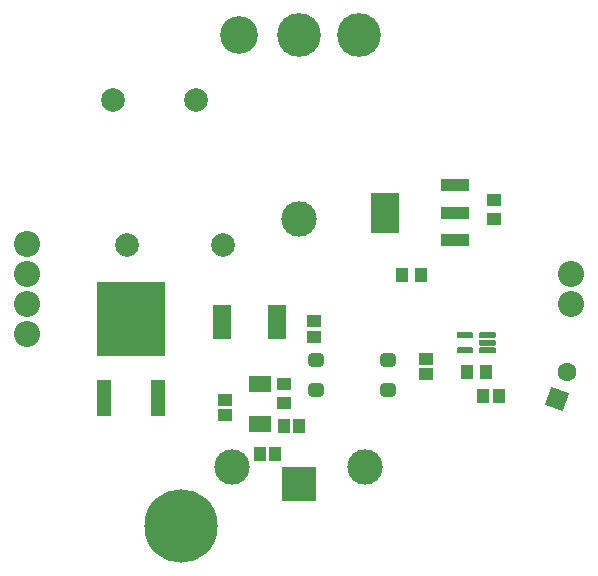
<source format=gts>
G04*
G04 #@! TF.GenerationSoftware,Altium Limited,Altium Designer,24.6.1 (21)*
G04*
G04 Layer_Color=8388736*
%FSLAX44Y44*%
%MOMM*%
G71*
G04*
G04 #@! TF.SameCoordinates,6C584CAA-86BC-4625-B7AF-3506A17D6D12*
G04*
G04*
G04 #@! TF.FilePolarity,Negative*
G04*
G01*
G75*
%ADD26R,5.8332X6.2932*%
%ADD27R,1.1732X3.0332*%
G04:AMPARAMS|DCode=28|XSize=1.3032mm|YSize=1.1032mm|CornerRadius=0.2141mm|HoleSize=0mm|Usage=FLASHONLY|Rotation=180.000|XOffset=0mm|YOffset=0mm|HoleType=Round|Shape=RoundedRectangle|*
%AMROUNDEDRECTD28*
21,1,1.3032,0.6750,0,0,180.0*
21,1,0.8750,1.1032,0,0,180.0*
1,1,0.4282,-0.4375,0.3375*
1,1,0.4282,0.4375,0.3375*
1,1,0.4282,0.4375,-0.3375*
1,1,0.4282,-0.4375,-0.3375*
%
%ADD28ROUNDEDRECTD28*%
%ADD29R,1.2532X1.1032*%
%ADD30R,1.1032X1.2532*%
%ADD31R,1.5032X3.0032*%
%ADD32R,2.3532X3.4532*%
%ADD33R,2.3532X1.1032*%
%ADD34R,1.0032X1.1532*%
%ADD35R,1.1532X1.0032*%
%ADD36R,1.9332X1.3132*%
%ADD37C,3.0000*%
%ADD38R,3.0000X3.0000*%
%ADD39C,2.0032*%
%ADD40P,2.2627X4X295.0*%
%ADD41C,1.6000*%
%ADD42C,2.2032*%
%ADD43C,6.2032*%
%ADD44C,3.2032*%
%ADD45C,3.7032*%
G36*
X147350Y-50250D02*
Y-52750D01*
Y-52999D01*
X147160Y-53458D01*
X146808Y-53810D01*
X146349Y-54000D01*
X146100D01*
D01*
X134700D01*
X134451D01*
X133992Y-53810D01*
X133640Y-53458D01*
X133450Y-52999D01*
Y-52750D01*
D01*
Y-50250D01*
Y-50001D01*
X133640Y-49542D01*
X133992Y-49190D01*
X134451Y-49000D01*
X134700D01*
D01*
X146100D01*
X146349D01*
X146808Y-49190D01*
X147160Y-49542D01*
X147350Y-50001D01*
Y-50250D01*
D01*
D02*
G37*
G36*
Y-37250D02*
Y-39750D01*
Y-39999D01*
X147160Y-40458D01*
X146808Y-40810D01*
X146349Y-41000D01*
X146100D01*
D01*
X134700D01*
X134451D01*
X133992Y-40810D01*
X133640Y-40458D01*
X133450Y-39999D01*
Y-39750D01*
D01*
Y-37250D01*
Y-37001D01*
X133640Y-36542D01*
X133992Y-36190D01*
X134451Y-36000D01*
X134700D01*
D01*
X146100D01*
X146349D01*
X146808Y-36190D01*
X147160Y-36542D01*
X147350Y-37001D01*
Y-37250D01*
D01*
D02*
G37*
G36*
X166550Y-50250D02*
Y-52750D01*
Y-52999D01*
X166360Y-53458D01*
X166008Y-53810D01*
X165549Y-54000D01*
X165300D01*
D01*
X153900D01*
X153651D01*
X153192Y-53810D01*
X152840Y-53458D01*
X152650Y-52999D01*
Y-52750D01*
D01*
Y-50250D01*
Y-50001D01*
X152840Y-49542D01*
X153192Y-49190D01*
X153651Y-49000D01*
X153900D01*
D01*
X165300D01*
X165549D01*
X166008Y-49190D01*
X166360Y-49542D01*
X166550Y-50001D01*
Y-50250D01*
D01*
D02*
G37*
G36*
Y-43750D02*
Y-46250D01*
Y-46499D01*
X166360Y-46958D01*
X166008Y-47310D01*
X165549Y-47500D01*
X165300D01*
D01*
X153900D01*
X153651D01*
X153192Y-47310D01*
X152840Y-46958D01*
X152650Y-46499D01*
Y-46250D01*
D01*
Y-43750D01*
Y-43501D01*
X152840Y-43042D01*
X153192Y-42690D01*
X153651Y-42500D01*
X153900D01*
D01*
X165300D01*
X165549D01*
X166008Y-42690D01*
X166360Y-43042D01*
X166550Y-43501D01*
Y-43750D01*
D01*
D02*
G37*
G36*
Y-37250D02*
Y-39750D01*
Y-39999D01*
X166360Y-40458D01*
X166008Y-40810D01*
X165549Y-41000D01*
X165300D01*
D01*
X153900D01*
X153651D01*
X153192Y-40810D01*
X152840Y-40458D01*
X152650Y-39999D01*
Y-39750D01*
D01*
Y-37250D01*
Y-37001D01*
X152840Y-36542D01*
X153192Y-36190D01*
X153651Y-36000D01*
X153900D01*
D01*
X165300D01*
X165549D01*
X166008Y-36190D01*
X166360Y-36542D01*
X166550Y-37001D01*
Y-37250D01*
D01*
D02*
G37*
D26*
X-142500Y-25150D02*
D03*
D27*
X-119600Y-91650D02*
D03*
X-165400D02*
D03*
D28*
X14500Y-85200D02*
D03*
Y-59800D02*
D03*
X75500D02*
D03*
Y-85200D02*
D03*
D29*
X165000Y59500D02*
D03*
Y75500D02*
D03*
X-12500Y-96250D02*
D03*
Y-80250D02*
D03*
D30*
X103000Y12500D02*
D03*
X87000D02*
D03*
X158000Y-70000D02*
D03*
X142000D02*
D03*
D31*
X-65500Y-27750D02*
D03*
X-18500D02*
D03*
D32*
X73250Y65000D02*
D03*
D33*
X131750Y88000D02*
D03*
Y42000D02*
D03*
Y65000D02*
D03*
D34*
X156000Y-90000D02*
D03*
X169000D02*
D03*
X-12750Y-115500D02*
D03*
X250D02*
D03*
X-33250Y-139000D02*
D03*
X-20250D02*
D03*
D35*
X107500Y-71500D02*
D03*
Y-58500D02*
D03*
X12500Y-40000D02*
D03*
Y-27000D02*
D03*
X-62500Y-106500D02*
D03*
Y-93500D02*
D03*
D36*
X-33001Y-114049D02*
D03*
Y-79949D02*
D03*
D37*
X-56250Y-149928D02*
D03*
X56250D02*
D03*
X0Y60000D02*
D03*
D38*
Y-165000D02*
D03*
D39*
X-157500Y160000D02*
D03*
X-64500Y38000D02*
D03*
X-145500D02*
D03*
X-87500Y160000D02*
D03*
D40*
X218434Y-93078D02*
D03*
D41*
X226985Y-69585D02*
D03*
D42*
X230000Y-12700D02*
D03*
Y12700D02*
D03*
X-230000D02*
D03*
Y-38100D02*
D03*
Y-12700D02*
D03*
Y38100D02*
D03*
D43*
X-100000Y-200000D02*
D03*
D44*
X-50800Y215000D02*
D03*
D45*
X50800D02*
D03*
X0D02*
D03*
M02*

</source>
